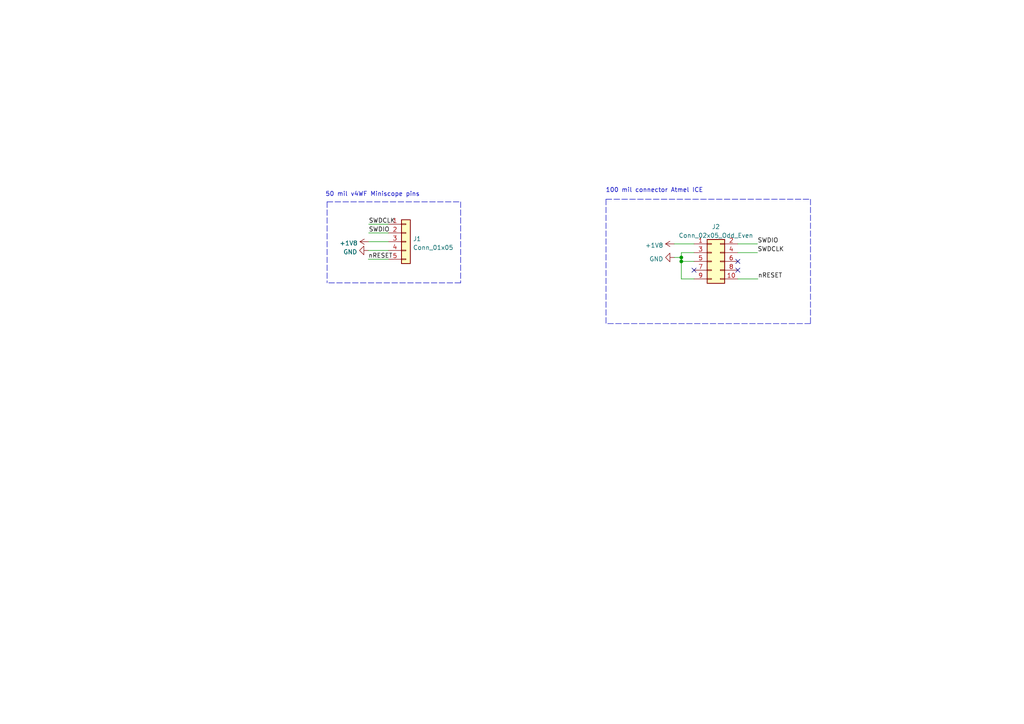
<source format=kicad_sch>
(kicad_sch (version 20211123) (generator eeschema)
  (paper "A4")
  (lib_symbols
    (symbol "Connector_Generic:Conn_01x05" (pin_names (offset 1.016) hide)
      (property "Reference" "J" (at 0 7.62 0))
      (property "Value" "Conn_01x05" (at 0 -7.62 0))
      (symbol "Conn_01x05_1_1"
        (rectangle (start -1.27 -4.953) (end 0 -5.207) (stroke (width 0.1524)))
        (rectangle (start -1.27 -2.413) (end 0 -2.667) (stroke (width 0.1524)))
        (rectangle (start -1.27 0.127) (end 0 -0.127) (stroke (width 0.1524)))
        (rectangle (start -1.27 2.667) (end 0 2.413) (stroke (width 0.1524)))
        (rectangle (start -1.27 5.207) (end 0 4.953) (stroke (width 0.1524)))
        (rectangle (start -1.27 6.35) (end 1.27 -6.35) (stroke (width 0.254)) (fill (type background)))
        (pin passive line (at -5.08 5.08 0) (length 3.81) (name "Pin_1") (number "1"))
        (pin passive line (at -5.08 2.54 0) (length 3.81) (name "Pin_2") (number "2"))
        (pin passive line (at -5.08 0 0) (length 3.81) (name "Pin_3") (number "3"))
        (pin passive line (at -5.08 -2.54 0) (length 3.81) (name "Pin_4") (number "4"))
        (pin passive line (at -5.08 -5.08 0) (length 3.81) (name "Pin_5") (number "5"))
      )
    )
    (symbol "Connector_Generic:Conn_02x05_Odd_Even" (pin_names (offset 1.016) hide)
      (property "Reference" "J" (at 1.27 7.62 0))
      (property "Value" "Conn_02x05_Odd_Even" (at 1.27 -7.62 0))
      (symbol "Conn_02x05_Odd_Even_1_1"
        (rectangle (start -1.27 -4.953) (end 0 -5.207) (stroke (width 0.1524)))
        (rectangle (start -1.27 -2.413) (end 0 -2.667) (stroke (width 0.1524)))
        (rectangle (start -1.27 0.127) (end 0 -0.127) (stroke (width 0.1524)))
        (rectangle (start -1.27 2.667) (end 0 2.413) (stroke (width 0.1524)))
        (rectangle (start -1.27 5.207) (end 0 4.953) (stroke (width 0.1524)))
        (rectangle (start -1.27 6.35) (end 3.81 -6.35) (stroke (width 0.254)) (fill (type background)))
        (rectangle (start 3.81 -4.953) (end 2.54 -5.207) (stroke (width 0.1524)))
        (rectangle (start 3.81 -2.413) (end 2.54 -2.667) (stroke (width 0.1524)))
        (rectangle (start 3.81 0.127) (end 2.54 -0.127) (stroke (width 0.1524)))
        (rectangle (start 3.81 2.667) (end 2.54 2.413) (stroke (width 0.1524)))
        (rectangle (start 3.81 5.207) (end 2.54 4.953) (stroke (width 0.1524)))
        (pin passive line (at -5.08 5.08 0) (length 3.81) (name "Pin_1") (number "1"))
        (pin passive line (at 7.62 -5.08 180) (length 3.81) (name "Pin_10") (number "10"))
        (pin passive line (at 7.62 5.08 180) (length 3.81) (name "Pin_2") (number "2"))
        (pin passive line (at -5.08 2.54 0) (length 3.81) (name "Pin_3") (number "3"))
        (pin passive line (at 7.62 2.54 180) (length 3.81) (name "Pin_4") (number "4"))
        (pin passive line (at -5.08 0 0) (length 3.81) (name "Pin_5") (number "5"))
        (pin passive line (at 7.62 0 180) (length 3.81) (name "Pin_6") (number "6"))
        (pin passive line (at -5.08 -2.54 0) (length 3.81) (name "Pin_7") (number "7"))
        (pin passive line (at 7.62 -2.54 180) (length 3.81) (name "Pin_8") (number "8"))
        (pin passive line (at -5.08 -5.08 0) (length 3.81) (name "Pin_9") (number "9"))
      )
    )
    (symbol "power:+1V8" (power) (pin_names (offset 0))
      (property "Value" "+1V8" (at 0 3.556 0))
      (symbol "+1V8_0_1"
        (polyline (pts (xy -0.762 1.27) (xy 0 2.54)))
        (polyline (pts (xy 0 0) (xy 0 2.54)))
        (polyline (pts (xy 0 2.54) (xy 0.762 1.27)))
      )
      (symbol "+1V8_1_1"
        (pin power_in line (at 0 0 90) (length 0) hide (name "+1V8") (number "1"))
      )
    )
    (symbol "power:GND" (power) (pin_names (offset 0))
      (property "Value" "GND" (at 0 -3.81 0))
      (symbol "GND_0_1"
        (polyline (pts (xy 0 0) (xy 0 -1.27) (xy 1.27 -1.27) (xy 0 -2.54) (xy -1.27 -1.27) (xy 0 -1.27)))
      )
      (symbol "GND_1_1"
        (pin power_in line (at 0 0 270) (length 0) hide (name "GND") (number "1"))
      )
    )
  )
  (junction (at 197.612 75.819))
  (junction (at 197.612 74.676))
  (no_connect (at 213.995 75.819))
  (no_connect (at 213.995 78.359))
  (no_connect (at 201.295 78.359))
  (polyline (pts (xy 175.768 57.785) (xy 235.077 57.785)))
  (wire (pts (xy 106.934 70.104) (xy 112.649 70.104)))
  (polyline (pts (xy 175.768 57.785) (xy 175.768 93.853)))
  (polyline (pts (xy 94.869 58.547) (xy 94.869 82.042)))
  (polyline (pts (xy 235.077 93.853) (xy 175.768 93.853)))
  (wire (pts (xy 197.612 73.279) (xy 197.612 74.676)))
  (wire (pts (xy 201.295 80.899) (xy 197.612 80.899)))
  (wire (pts (xy 213.995 70.739) (xy 219.71 70.739)))
  (polyline (pts (xy 235.077 57.785) (xy 235.077 93.853)))
  (wire (pts (xy 112.649 72.644) (xy 106.807 72.644)))
  (wire (pts (xy 201.295 73.279) (xy 197.612 73.279)))
  (wire (pts (xy 197.612 75.819) (xy 201.295 75.819)))
  (wire (pts (xy 195.58 74.676) (xy 197.612 74.676)))
  (wire (pts (xy 112.649 65.024) (xy 106.934 65.024)))
  (wire (pts (xy 213.995 80.899) (xy 219.837 80.899)))
  (wire (pts (xy 195.58 70.739) (xy 201.295 70.739)))
  (polyline (pts (xy 133.604 82.042) (xy 94.869 82.042)))
  (polyline (pts (xy 133.604 58.547) (xy 133.604 82.042)))
  (wire (pts (xy 197.612 74.676) (xy 197.612 75.819)))
  (wire (pts (xy 112.649 67.564) (xy 106.934 67.564)))
  (wire (pts (xy 197.612 80.899) (xy 197.612 75.819)))
  (polyline (pts (xy 94.869 58.547) (xy 133.604 58.547)))
  (wire (pts (xy 112.649 75.184) (xy 106.807 75.184)))
  (wire (pts (xy 213.995 73.279) (xy 219.71 73.279)))
  (text "50 mil v4WF Miniscope pins" (at 94.361 57.15 0) (effects (font (size 1.27 1.27)) (justify left bottom)))
  (text "100 mil connector Atmel ICE" (at 175.641 56.007 0) (effects (font (size 1.27 1.27)) (justify left bottom)))
  (label "SWDCLK" (at 106.934 65.024 0))
  (label "SWDCLK" (at 219.71 73.279 0))
  (label "nRESET" (at 106.807 75.184 0))
  (label "SWDIO" (at 219.71 70.739 0))
  (label "SWDIO" (at 106.934 67.564 0))
  (label "nRESET" (at 219.837 80.899 0))
  (symbol (lib_id "Connector_Generic:Conn_01x05") (at 117.729 70.104 0) (unit 1)
    (property "Reference" "J1" (at 119.761 69.2693 0) (effects (justify left)))
    (property "Value" "Conn_01x05" (at 119.761 71.8062 0) (effects (justify left)))
    (property "Footprint" "Connector_PinHeader_2.54mm:PinHeader_1x05_P2.54mm_Vertical" (effects hide))
  )
  (symbol (lib_id "Connector_Generic:Conn_02x05_Odd_Even") (at 206.375 75.819 0) (unit 1)
    (property "Reference" "J2" (at 207.645 65.7692 0))
    (property "Value" "Conn_02x05_Odd_Even" (at 207.645 68.3061 0))
    (property "Footprint" "Connector_PinHeader_2.54mm:PinHeader_2x05_P2.54mm_Horizontal" (effects hide))
  )
  (symbol (lib_id "power:+1V8") (at 106.934 70.104 90) (unit 1)
    (property "Reference" "#PWR01" (effects hide))
    (property "Value" "+1V8" (at 103.759 70.5378 90) (effects (justify left)))
  )
  (symbol (lib_id "power:GND") (at 106.807 72.644 270) (unit 1)
    (property "Reference" "#PWR03" (effects hide))
    (property "Value" "GND" (at 103.6321 73.0778 90) (effects (justify right)))
  )
  (symbol (lib_id "power:+1V8") (at 195.58 70.739 90) (unit 1)
    (property "Reference" "#PWR02" (effects hide))
    (property "Value" "+1V8" (at 192.405 71.1728 90) (effects (justify left)))
  )
  (symbol (lib_id "power:GND") (at 195.58 74.676 270) (unit 1)
    (property "Reference" "#PWR04" (effects hide))
    (property "Value" "GND" (at 192.4051 75.1098 90) (effects (justify right)))
  )
)
</source>
